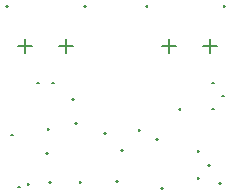
<source format=gbr>
%TF.GenerationSoftware,Altium Limited,Altium Designer,23.9.2 (47)*%
G04 Layer_Color=128*
%FSLAX45Y45*%
%MOMM*%
%TF.SameCoordinates,14EE52A8-4136-4093-BC95-9A2147CF655B*%
%TF.FilePolarity,Positive*%
%TF.FileFunction,Drillmap*%
%TF.Part,Single*%
G01*
G75*
%TA.AperFunction,NonConductor*%
%ADD63C,0.12700*%
D63*
X1740000Y1280000D02*
X1860000D01*
X1800000Y1220000D02*
Y1340000D01*
X1390000Y1280000D02*
X1510000D01*
X1450000Y1220000D02*
Y1340000D01*
X519999Y1280000D02*
X639999D01*
X579999Y1220000D02*
Y1340000D01*
X169999Y1280000D02*
X289999D01*
X229999Y1220000D02*
Y1340000D01*
X1042500Y400000D02*
X1057500D01*
X1050000Y392500D02*
Y407500D01*
X1692500Y160000D02*
X1707500D01*
X1700000Y152500D02*
Y167500D01*
X1782500Y270000D02*
X1797500D01*
X1790000Y262500D02*
Y277500D01*
X1252500Y1620000D02*
X1267500D01*
X1260000Y1612500D02*
Y1627500D01*
X732500Y1620000D02*
X747500D01*
X740000Y1612500D02*
Y1627500D01*
X252500Y110000D02*
X267500D01*
X260000Y102500D02*
Y117500D01*
X462500Y970000D02*
X477500D01*
X470000Y962500D02*
Y977500D01*
X1192500Y570000D02*
X1207500D01*
X1200000Y562500D02*
Y577500D01*
X902500Y540000D02*
X917500D01*
X910000Y532500D02*
Y547500D01*
X1002500Y140000D02*
X1017500D01*
X1010000Y132500D02*
Y147500D01*
X1342500Y490000D02*
X1357500D01*
X1350000Y482500D02*
Y497500D01*
X1692500Y390000D02*
X1707500D01*
X1700000Y382500D02*
Y397500D01*
X1382500Y80000D02*
X1397500D01*
X1390000Y72500D02*
Y87500D01*
X1872500Y120000D02*
X1887500D01*
X1880000Y112500D02*
Y127500D01*
X1912500Y1620000D02*
X1927500D01*
X1920000Y1612500D02*
Y1627500D01*
X72500Y1620000D02*
X87500D01*
X80000Y1612500D02*
Y1627500D01*
X172500Y90000D02*
X187500D01*
X180000Y82500D02*
Y97500D01*
X432500Y130000D02*
X447500D01*
X440000Y122500D02*
Y137500D01*
X652500Y630000D02*
X667500D01*
X660000Y622500D02*
Y637500D01*
X1812500Y750000D02*
X1827500D01*
X1820000Y742500D02*
Y757500D01*
X1902500Y860000D02*
X1917500D01*
X1910000Y852500D02*
Y867500D01*
X1812500Y970000D02*
X1827500D01*
X1820000Y962500D02*
Y977500D01*
X332500Y970000D02*
X347500D01*
X340000Y962500D02*
Y977500D01*
X632500Y830000D02*
X647500D01*
X640000Y822500D02*
Y837500D01*
X112500Y530000D02*
X127500D01*
X120000Y522500D02*
Y537500D01*
X422500Y580000D02*
X437500D01*
X430000Y572500D02*
Y587500D01*
X412500Y370000D02*
X427500D01*
X420000Y362500D02*
Y377500D01*
X692500Y130000D02*
X707500D01*
X700000Y122500D02*
Y137500D01*
X1531992Y745051D02*
X1546992D01*
X1539492Y737551D02*
Y752550D01*
%TF.MD5,d13cebbe672df29f8322e0874562713b*%
M02*

</source>
